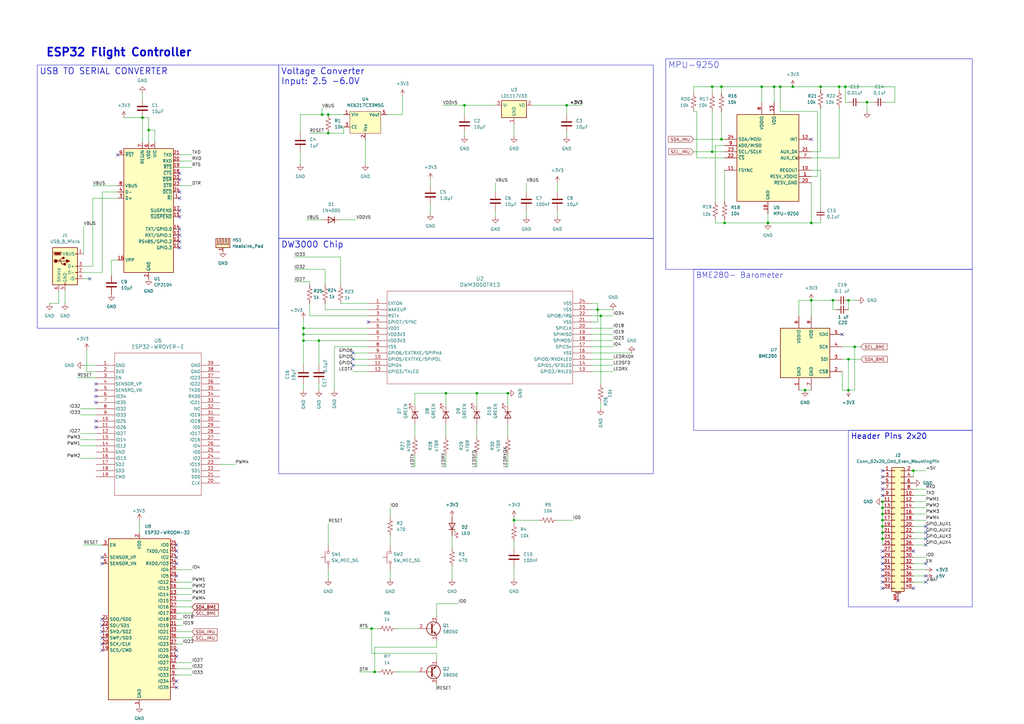
<source format=kicad_sch>
(kicad_sch (version 20250114) (generator "eeschema") (generator_version "9.0")
  (paper "A3")
  (title_block (title "ESP32 Drone Flight Controller") (date "2026-01-19") (rev "1.1") (company "WAAR") (comment 1 "Designer: ") (comment 2 "Reviewer:"))
  (text "ESP32 Flight Controller" (at 48.768 21.59 0) (effects (font (size 3.302 3.302) (thickness 0.6604) (bold yes))))
  (text_box "DW3000 Chip" (at 114.3 97.79 0) (size 153.67 96.52) (margins 0.9525 0.9525 0.9525 0.9525) (effects (font (size 2.54 2.54) (thickness 0.254) (bold yes)) (justify left top)))
  (text_box "Header Pins 2x20" (at 347.98 176.53 0) (size 50.8 72.39) (margins 0.9525 0.9525 0.9525 0.9525) (effects (font (size 2.286 2.286) (thickness 0.2858)) (justify left top)))
  (text_box "Voltage Converter\nInput: 2.5 -6.0V" (at 114.3 26.67 0) (size 153.67 71.12) (margins 0.9525 0.9525 0.9525 0.9525) (effects (font (size 2.54 2.54) (thickness 0.254) (bold yes)) (justify left top)))
  (text_box "BME280- Barometer" (at 284.48 110.49 0) (size 114.3 66.04) (margins 0.9525 0.9525 0.9525 0.9525) (effects (font (size 2.286 2.286)) (justify left top)))
  (text_box "USB TO SERIAL CONVERTER" (at 15.24 26.67 0) (size 99.06 107.95) (margins 0.9525 0.9525 0.9525 0.9525) (effects (font (size 2.54 2.54) (thickness 0.254) (bold yes)) (justify left top)))
  (text_box "MPU-9250" (at 273.05 24.13 0) (size 125.73 86.36) (margins 0.9525 0.9525 0.9525 0.9525) (effects (font (size 2.54 2.54)) (justify left top)))
  (junction (at 361.95 205.74))
  (junction (at 152.4 257.81))
  (junction (at 336.55 35.56))
  (junction (at 361.95 208.28))
  (junction (at 325.12 35.56))
  (junction (at 58.42 48.26))
  (junction (at 130.81 139.7))
  (junction (at 320.04 35.56))
  (junction (at 347.98 147.32))
  (junction (at 330.2 160.02))
  (junction (at 361.95 215.9))
  (junction (at 134.62 46.99))
  (junction (at 374.65 193.04))
  (junction (at 347.98 160.02))
  (junction (at 124.46 137.16))
  (junction (at 60.96 53.34))
  (junction (at 124.46 134.62))
  (junction (at 361.95 213.36))
  (junction (at 208.28 161.29))
  (junction (at 341.63 123.19))
  (junction (at 344.17 35.56))
  (junction (at 332.74 123.19))
  (junction (at 332.74 91.44))
  (junction (at 355.6 41.91))
  (junction (at 132.08 46.99))
  (junction (at 346.71 35.56))
  (junction (at 245.11 127))
  (junction (at 134.62 54.61))
  (junction (at 153.67 275.59))
  (junction (at 295.91 57.15))
  (junction (at 347.98 123.19))
  (junction (at 232.41 43.18))
  (junction (at 317.5 35.56))
  (junction (at 350.52 142.24))
  (junction (at 190.5 43.18))
  (junction (at 361.95 210.82))
  (junction (at 195.58 161.29))
  (junction (at 210.82 213.36))
  (junction (at 246.38 129.54))
  (junction (at 314.96 91.44))
  (junction (at 124.46 139.7))
  (junction (at 361.95 220.98))
  (junction (at 292.1 35.56))
  (junction (at 292.1 62.23))
  (junction (at 295.91 35.56))
  (junction (at 312.42 35.56))
  (junction (at 361.95 218.44))
  (junction (at 297.18 91.44))
  (junction (at 182.88 161.29))
  (no_connect (at 361.95 203.2))
  (no_connect (at 379.73 218.44))
  (no_connect (at 73.66 86.36))
  (no_connect (at 73.66 81.28))
  (no_connect (at 73.66 88.9))
  (no_connect (at 39.37 160.02))
  (no_connect (at 361.95 226.06))
  (no_connect (at 41.91 228.6))
  (no_connect (at 144.78 149.86))
  (no_connect (at 72.39 281.94))
  (no_connect (at 379.73 220.98))
  (no_connect (at 151.13 132.08))
  (no_connect (at 72.39 266.7))
  (no_connect (at 39.37 172.72))
  (no_connect (at 41.91 266.7))
  (no_connect (at 39.37 175.26))
  (no_connect (at 41.91 259.08))
  (no_connect (at 144.78 147.32))
  (no_connect (at 73.66 73.66))
  (no_connect (at 72.39 231.14))
  (no_connect (at 361.95 233.68))
  (no_connect (at 73.66 71.12))
  (no_connect (at 379.73 223.52))
  (no_connect (at 144.78 144.78))
  (no_connect (at 361.95 241.3))
  (no_connect (at 374.65 241.3))
  (no_connect (at 361.95 195.58))
  (no_connect (at 72.39 223.52))
  (no_connect (at 332.74 57.15))
  (no_connect (at 368.3 246.38))
  (no_connect (at 39.37 157.48))
  (no_connect (at 361.95 193.04))
  (no_connect (at 361.95 231.14))
  (no_connect (at 73.66 78.74))
  (no_connect (at 48.26 63.5))
  (no_connect (at 39.37 165.1))
  (no_connect (at 72.39 236.22))
  (no_connect (at 41.91 231.14))
  (no_connect (at 379.73 215.9))
  (no_connect (at 72.39 228.6))
  (no_connect (at 379.73 238.76))
  (no_connect (at 72.39 279.4))
  (no_connect (at 374.65 226.06))
  (no_connect (at 361.95 200.66))
  (no_connect (at 72.39 269.24))
  (no_connect (at 73.66 99.06))
  (no_connect (at 41.91 261.62))
  (no_connect (at 39.37 162.56))
  (no_connect (at 73.66 96.52))
  (no_connect (at 73.66 93.98))
  (no_connect (at 361.95 236.22))
  (no_connect (at 379.73 236.22))
  (no_connect (at 345.44 137.16))
  (no_connect (at 361.95 228.6))
  (no_connect (at 379.73 231.14))
  (no_connect (at 41.91 264.16))
  (no_connect (at 41.91 256.54))
  (no_connect (at 41.91 254))
  (no_connect (at 361.95 238.76))
  (no_connect (at 36.83 114.3))
  (no_connect (at 73.66 101.6))
  (no_connect (at 361.95 198.12))
  (no_connect (at 72.39 226.06))
  (wire (pts (xy 182.88 166.37) (xy 182.88 161.29)))
  (wire (pts (xy 355.6 41.91) (xy 358.14 41.91)))
  (wire (pts (xy 24.13 124.46) (xy 20.32 124.46)))
  (wire (pts (xy 345.44 160.02) (xy 347.98 160.02)))
  (wire (pts (xy 336.55 90.17) (xy 336.55 91.44)))
  (wire (pts (xy 379.73 213.36) (xy 374.65 213.36)))
  (wire (pts (xy 245.11 127) (xy 251.46 127)))
  (wire (pts (xy 361.95 215.9) (xy 361.95 218.44)))
  (wire (pts (xy 297.18 57.15) (xy 295.91 57.15)))
  (wire (pts (xy 242.57 127) (xy 245.11 127)))
  (wire (pts (xy 134.62 46.99) (xy 140.97 46.99)))
  (wire (pts (xy 60.96 53.34) (xy 60.96 48.26)))
  (wire (pts (xy 185.42 219.71) (xy 185.42 224.79)))
  (wire (pts (xy 60.96 48.26) (xy 58.42 48.26)))
  (wire (pts (xy 45.72 106.68) (xy 45.72 113.03)))
  (wire (pts (xy 336.55 44.45) (xy 336.55 62.23)))
  (wire (pts (xy 210.82 50.8) (xy 210.82 55.88)))
  (wire (pts (xy 139.7 90.17) (xy 146.05 90.17)))
  (wire (pts (xy 210.82 232.41) (xy 210.82 237.49)))
  (wire (pts (xy 151.13 144.78) (xy 144.78 144.78)))
  (wire (pts (xy 120.65 105.41) (xy 139.7 105.41)))
  (wire (pts (xy 34.29 92.71) (xy 34.29 104.14)))
  (wire (pts (xy 346.71 35.56) (xy 346.71 41.91)))
  (wire (pts (xy 347.98 160.02) (xy 350.52 160.02)))
  (wire (pts (xy 34.29 149.86) (xy 39.37 149.86)))
  (wire (pts (xy 170.18 179.07) (xy 170.18 173.99)))
  (wire (pts (xy 203.2 86.36) (xy 203.2 88.9)))
  (wire (pts (xy 242.57 152.4) (xy 251.46 152.4)))
  (wire (pts (xy 361.95 205.74) (xy 361.95 208.28)))
  (wire (pts (xy 151.13 142.24) (xy 137.16 142.24)))
  (wire (pts (xy 317.5 35.56) (xy 320.04 35.56)))
  (wire (pts (xy 312.42 35.56) (xy 317.5 35.56)))
  (wire (pts (xy 292.1 35.56) (xy 292.1 38.1)))
  (wire (pts (xy 127 54.61) (xy 134.62 54.61)))
  (wire (pts (xy 176.53 73.66) (xy 176.53 76.2)))
  (wire (pts (xy 34.29 109.22) (xy 38.1 109.22)))
  (wire (pts (xy 63.5 53.34) (xy 60.96 53.34)))
  (wire (pts (xy 151.13 147.32) (xy 144.78 147.32)))
  (wire (pts (xy 34.29 114.3) (xy 36.83 114.3)))
  (wire (pts (xy 73.66 66.04) (xy 78.74 66.04)))
  (wire (pts (xy 41.91 78.74) (xy 48.26 78.74)))
  (wire (pts (xy 170.18 161.29) (xy 182.88 161.29)))
  (wire (pts (xy 73.66 68.58) (xy 78.74 68.58)))
  (wire (pts (xy 120.65 110.49) (xy 133.35 110.49)))
  (wire (pts (xy 355.6 41.91) (xy 355.6 45.72)))
  (wire (pts (xy 242.57 137.16) (xy 251.46 137.16)))
  (wire (pts (xy 285.75 45.72) (xy 284.48 45.72)))
  (wire (pts (xy 242.57 129.54) (xy 246.38 129.54)))
  (wire (pts (xy 341.63 123.19) (xy 342.9 123.19)))
  (wire (pts (xy 50.8 48.26) (xy 58.42 48.26)))
  (wire (pts (xy 74.93 254) (xy 72.39 254)))
  (wire (pts (xy 34.29 223.52) (xy 41.91 223.52)))
  (wire (pts (xy 38.1 81.28) (xy 48.26 81.28)))
  (wire (pts (xy 181.61 43.18) (xy 190.5 43.18)))
  (wire (pts (xy 218.44 43.18) (xy 232.41 43.18)))
  (wire (pts (xy 347.98 147.32) (xy 353.06 147.32)))
  (wire (pts (xy 344.17 35.56) (xy 344.17 36.83)))
  (wire (pts (xy 336.55 35.56) (xy 344.17 35.56)))
  (wire (pts (xy 176.53 83.82) (xy 176.53 87.63)))
  (wire (pts (xy 242.57 124.46) (xy 245.11 124.46)))
  (wire (pts (xy 242.57 149.86) (xy 251.46 149.86)))
  (wire (pts (xy 127 116.84) (xy 127 115.57)))
  (wire (pts (xy 347.98 123.19) (xy 351.79 123.19)))
  (wire (pts (xy 346.71 35.56) (xy 367.03 35.56)))
  (wire (pts (xy 312.42 41.91) (xy 312.42 35.56)))
  (wire (pts (xy 151.13 152.4) (xy 144.78 152.4)))
  (wire (pts (xy 353.06 41.91) (xy 355.6 41.91)))
  (wire (pts (xy 344.17 64.77) (xy 344.17 44.45)))
  (wire (pts (xy 208.28 191.77) (xy 208.28 186.69)))
  (wire (pts (xy 246.38 165.1) (xy 246.38 167.64)))
  (wire (pts (xy 190.5 54.61) (xy 190.5 55.88)))
  (wire (pts (xy 26.67 124.46) (xy 26.67 119.38)))
  (wire (pts (xy 170.18 191.77) (xy 170.18 186.69)))
  (wire (pts (xy 361.95 213.36) (xy 361.95 215.9)))
  (wire (pts (xy 185.42 232.41) (xy 185.42 237.49)))
  (wire (pts (xy 153.67 275.59) (xy 154.94 275.59)))
  (wire (pts (xy 137.16 142.24) (xy 137.16 160.02)))
  (wire (pts (xy 78.74 271.78) (xy 72.39 271.78)))
  (wire (pts (xy 33.02 170.18) (xy 39.37 170.18)))
  (wire (pts (xy 179.07 252.73) (xy 179.07 247.65)))
  (wire (pts (xy 179.07 267.97) (xy 152.4 267.97)))
  (wire (pts (xy 134.62 214.63) (xy 134.62 223.52)))
  (wire (pts (xy 285.75 45.72) (xy 285.75 64.77)))
  (wire (pts (xy 284.48 35.56) (xy 292.1 35.56)))
  (wire (pts (xy 195.58 191.77) (xy 195.58 186.69)))
  (wire (pts (xy 210.82 213.36) (xy 210.82 214.63)))
  (wire (pts (xy 151.13 149.86) (xy 144.78 149.86)))
  (wire (pts (xy 123.19 46.99) (xy 132.08 46.99)))
  (wire (pts (xy 133.35 124.46) (xy 133.35 127)))
  (wire (pts (xy 344.17 35.56) (xy 346.71 35.56)))
  (wire (pts (xy 379.73 210.82) (xy 374.65 210.82)))
  (wire (pts (xy 57.15 213.36) (xy 57.15 218.44)))
  (wire (pts (xy 341.63 127) (xy 342.9 127)))
  (wire (pts (xy 325.12 35.56) (xy 336.55 35.56)))
  (wire (pts (xy 242.57 142.24) (xy 251.46 142.24)))
  (wire (pts (xy 124.46 134.62) (xy 124.46 137.16)))
  (wire (pts (xy 327.66 129.54) (xy 327.66 123.19)))
  (wire (pts (xy 379.73 236.22) (xy 374.65 236.22)))
  (wire (pts (xy 78.74 233.68) (xy 72.39 233.68)))
  (wire (pts (xy 160.02 208.28) (xy 160.02 212.09)))
  (wire (pts (xy 379.73 238.76) (xy 374.65 238.76)))
  (wire (pts (xy 361.95 220.98) (xy 361.95 223.52)))
  (wire (pts (xy 242.57 134.62) (xy 251.46 134.62)))
  (wire (pts (xy 210.82 213.36) (xy 220.98 213.36)))
  (wire (pts (xy 130.81 139.7) (xy 151.13 139.7)))
  (wire (pts (xy 45.72 106.68) (xy 48.26 106.68)))
  (wire (pts (xy 33.02 182.88) (xy 39.37 182.88)))
  (wire (pts (xy 379.73 218.44) (xy 374.65 218.44)))
  (wire (pts (xy 123.19 46.99) (xy 123.19 54.61)))
  (wire (pts (xy 379.73 220.98) (xy 374.65 220.98)))
  (wire (pts (xy 320.04 45.72) (xy 320.04 35.56)))
  (wire (pts (xy 124.46 139.7) (xy 130.81 139.7)))
  (wire (pts (xy 232.41 43.18) (xy 232.41 46.99)))
  (wire (pts (xy 133.35 110.49) (xy 133.35 116.84)))
  (wire (pts (xy 335.28 45.72) (xy 320.04 45.72)))
  (wire (pts (xy 335.28 72.39) (xy 335.28 45.72)))
  (wire (pts (xy 127 129.54) (xy 151.13 129.54)))
  (wire (pts (xy 228.6 213.36) (xy 234.95 213.36)))
  (wire (pts (xy 78.74 241.3) (xy 72.39 241.3)))
  (wire (pts (xy 132.08 46.99) (xy 134.62 46.99)))
  (wire (pts (xy 350.52 142.24) (xy 350.52 160.02)))
  (wire (pts (xy 242.57 144.78) (xy 259.08 144.78)))
  (wire (pts (xy 73.66 76.2) (xy 78.74 76.2)))
  (wire (pts (xy 246.38 129.54) (xy 246.38 157.48)))
  (wire (pts (xy 284.48 62.23) (xy 292.1 62.23)))
  (wire (pts (xy 152.4 257.81) (xy 154.94 257.81)))
  (wire (pts (xy 292.1 35.56) (xy 295.91 35.56)))
  (wire (pts (xy 195.58 179.07) (xy 195.58 173.99)))
  (wire (pts (xy 127 115.57) (xy 120.65 115.57)))
  (wire (pts (xy 179.07 280.67) (xy 179.07 283.21)))
  (wire (pts (xy 33.02 177.8) (xy 39.37 177.8)))
  (wire (pts (xy 295.91 45.72) (xy 295.91 57.15)))
  (wire (pts (xy 246.38 129.54) (xy 251.46 129.54)))
  (wire (pts (xy 132.08 44.45) (xy 132.08 46.99)))
  (wire (pts (xy 170.18 166.37) (xy 170.18 161.29)))
  (wire (pts (xy 210.82 212.09) (xy 210.82 213.36)))
  (wire (pts (xy 147.32 275.59) (xy 153.67 275.59)))
  (wire (pts (xy 160.02 219.71) (xy 160.02 223.52)))
  (wire (pts (xy 190.5 46.99) (xy 190.5 43.18)))
  (wire (pts (xy 179.07 270.51) (xy 179.07 267.97)))
  (wire (pts (xy 190.5 43.18) (xy 203.2 43.18)))
  (wire (pts (xy 124.46 137.16) (xy 151.13 137.16)))
  (wire (pts (xy 350.52 142.24) (xy 353.06 142.24)))
  (wire (pts (xy 208.28 179.07) (xy 208.28 173.99)))
  (wire (pts (xy 203.2 74.93) (xy 203.2 78.74)))
  (wire (pts (xy 361.95 208.28) (xy 361.95 210.82)))
  (wire (pts (xy 72.39 251.46) (xy 78.74 251.46)))
  (wire (pts (xy 330.2 160.02) (xy 332.74 160.02)))
  (wire (pts (xy 314.96 87.63) (xy 314.96 91.44)))
  (wire (pts (xy 78.74 238.76) (xy 72.39 238.76)))
  (wire (pts (xy 78.74 259.08) (xy 72.39 259.08)))
  (wire (pts (xy 332.74 62.23) (xy 336.55 62.23)))
  (wire (pts (xy 130.81 139.7) (xy 130.81 149.86)))
  (wire (pts (xy 162.56 275.59) (xy 171.45 275.59)))
  (wire (pts (xy 292.1 45.72) (xy 292.1 62.23)))
  (wire (pts (xy 345.44 152.4) (xy 345.44 160.02)))
  (wire (pts (xy 134.62 54.61) (xy 140.97 54.61)))
  (wire (pts (xy 293.37 59.69) (xy 293.37 82.55)))
  (wire (pts (xy 33.02 180.34) (xy 39.37 180.34)))
  (wire (pts (xy 139.7 105.41) (xy 139.7 116.84)))
  (wire (pts (xy 245.11 127) (xy 245.11 132.08)))
  (wire (pts (xy 374.65 195.58) (xy 374.65 193.04)))
  (wire (pts (xy 332.74 64.77) (xy 344.17 64.77)))
  (wire (pts (xy 293.37 90.17) (xy 293.37 91.44)))
  (wire (pts (xy 78.74 274.32) (xy 72.39 274.32)))
  (wire (pts (xy 149.86 57.15) (xy 149.86 67.31)))
  (wire (pts (xy 297.18 62.23) (xy 292.1 62.23)))
  (wire (pts (xy 285.75 64.77) (xy 297.18 64.77)))
  (wire (pts (xy 74.93 256.54) (xy 72.39 256.54)))
  (wire (pts (xy 361.95 218.44) (xy 361.95 220.98)))
  (wire (pts (xy 60.96 58.42) (xy 60.96 53.34)))
  (wire (pts (xy 336.55 69.85) (xy 336.55 85.09)))
  (wire (pts (xy 327.66 160.02) (xy 330.2 160.02)))
  (wire (pts (xy 379.73 231.14) (xy 374.65 231.14)))
  (wire (pts (xy 345.44 147.32) (xy 347.98 147.32)))
  (wire (pts (xy 153.67 265.43) (xy 153.67 275.59)))
  (wire (pts (xy 317.5 35.56) (xy 317.5 41.91)))
  (wire (pts (xy 72.39 248.92) (xy 78.74 248.92)))
  (wire (pts (xy 347.98 127) (xy 347.98 123.19)))
  (wire (pts (xy 379.73 228.6) (xy 374.65 228.6)))
  (wire (pts (xy 35.56 152.4) (xy 39.37 152.4)))
  (wire (pts (xy 242.57 147.32) (xy 251.46 147.32)))
  (wire (pts (xy 124.46 134.62) (xy 151.13 134.62)))
  (wire (pts (xy 134.62 233.68) (xy 134.62 237.49)))
  (wire (pts (xy 34.29 111.76) (xy 41.91 111.76)))
  (wire (pts (xy 347.98 147.32) (xy 347.98 160.02)))
  (wire (pts (xy 332.74 74.93) (xy 332.74 91.44)))
  (wire (pts (xy 125.73 90.17) (xy 132.08 90.17)))
  (wire (pts (xy 182.88 179.07) (xy 182.88 173.99)))
  (wire (pts (xy 242.57 132.08) (xy 245.11 132.08)))
  (wire (pts (xy 96.52 190.5) (xy 90.17 190.5)))
  (wire (pts (xy 379.73 208.28) (xy 374.65 208.28)))
  (wire (pts (xy 327.66 123.19) (xy 332.74 123.19)))
  (wire (pts (xy 74.93 264.16) (xy 72.39 264.16)))
  (wire (pts (xy 363.22 41.91) (xy 367.03 41.91)))
  (wire (pts (xy 215.9 74.93) (xy 215.9 78.74)))
  (wire (pts (xy 73.66 63.5) (xy 78.74 63.5)))
  (wire (pts (xy 297.18 69.85) (xy 297.18 82.55)))
  (wire (pts (xy 78.74 246.38) (xy 72.39 246.38)))
  (wire (pts (xy 314.96 91.44) (xy 332.74 91.44)))
  (wire (pts (xy 379.73 233.68) (xy 374.65 233.68)))
  (wire (pts (xy 58.42 38.1) (xy 58.42 40.64)))
  (wire (pts (xy 379.73 203.2) (xy 374.65 203.2)))
  (wire (pts (xy 72.39 261.62) (xy 78.74 261.62)))
  (wire (pts (xy 179.07 265.43) (xy 153.67 265.43)))
  (wire (pts (xy 41.91 111.76) (xy 41.91 78.74)))
  (wire (pts (xy 63.5 58.42) (xy 63.5 53.34)))
  (wire (pts (xy 33.02 187.96) (xy 39.37 187.96)))
  (wire (pts (xy 379.73 205.74) (xy 374.65 205.74)))
  (wire (pts (xy 341.63 123.19) (xy 341.63 127)))
  (wire (pts (xy 160.02 233.68) (xy 160.02 237.49)))
  (wire (pts (xy 78.74 243.84) (xy 72.39 243.84)))
  (wire (pts (xy 232.41 43.18) (xy 238.76 43.18)))
  (wire (pts (xy 297.18 91.44) (xy 314.96 91.44)))
  (wire (pts (xy 124.46 139.7) (xy 124.46 149.86)))
  (wire (pts (xy 210.82 222.25) (xy 210.82 224.79)))
  (wire (pts (xy 31.75 154.94) (xy 39.37 154.94)))
  (wire (pts (xy 127 124.46) (xy 127 129.54)))
  (wire (pts (xy 345.44 142.24) (xy 350.52 142.24)))
  (wire (pts (xy 284.48 57.15) (xy 295.91 57.15)))
  (wire (pts (xy 35.56 143.51) (xy 35.56 152.4)))
  (wire (pts (xy 182.88 191.77) (xy 182.88 186.69)))
  (wire (pts (xy 297.18 59.69) (xy 293.37 59.69)))
  (wire (pts (xy 38.1 109.22) (xy 38.1 81.28)))
  (wire (pts (xy 195.58 166.37) (xy 195.58 161.29)))
  (wire (pts (xy 295.91 35.56) (xy 295.91 38.1)))
  (wire (pts (xy 162.56 257.81) (xy 171.45 257.81)))
  (wire (pts (xy 293.37 91.44) (xy 297.18 91.44)))
  (wire (pts (xy 133.35 127) (xy 151.13 127)))
  (wire (pts (xy 336.55 35.56) (xy 336.55 36.83)))
  (wire (pts (xy 147.32 257.81) (xy 152.4 257.81)))
  (wire (pts (xy 379.73 215.9) (xy 374.65 215.9)))
  (wire (pts (xy 78.74 276.86) (xy 72.39 276.86)))
  (wire (pts (xy 130.81 160.02) (xy 130.81 157.48)))
  (wire (pts (xy 195.58 161.29) (xy 208.28 161.29)))
  (wire (pts (xy 284.48 35.56) (xy 284.48 38.1)))
  (wire (pts (xy 124.46 130.81) (xy 124.46 134.62)))
  (wire (pts (xy 295.91 35.56) (xy 312.42 35.56)))
  (wire (pts (xy 165.1 39.37) (xy 165.1 46.99)))
  (wire (pts (xy 379.73 223.52) (xy 374.65 223.52)))
  (wire (pts (xy 124.46 157.48) (xy 124.46 160.02)))
  (wire (pts (xy 228.6 74.93) (xy 228.6 78.74)))
  (wire (pts (xy 123.19 67.31) (xy 123.19 62.23)))
  (wire (pts (xy 58.42 48.26) (xy 58.42 58.42)))
  (wire (pts (xy 367.03 41.91) (xy 367.03 35.56)))
  (wire (pts (xy 374.65 193.04) (xy 379.73 193.04)))
  (wire (pts (xy 179.07 247.65) (xy 187.96 247.65)))
  (wire (pts (xy 158.75 46.99) (xy 165.1 46.99)))
  (wire (pts (xy 332.74 123.19) (xy 332.74 129.54)))
  (wire (pts (xy 242.57 139.7) (xy 251.46 139.7)))
  (wire (pts (xy 297.18 90.17) (xy 297.18 91.44)))
  (wire (pts (xy 124.46 137.16) (xy 124.46 139.7)))
  (wire (pts (xy 33.02 167.64) (xy 39.37 167.64)))
  (wire (pts (xy 24.13 119.38) (xy 24.13 124.46)))
  (wire (pts (xy 332.74 123.19) (xy 341.63 123.19)))
  (wire (pts (xy 379.73 200.66) (xy 374.65 200.66)))
  (wire (pts (xy 215.9 86.36) (xy 215.9 88.9)))
  (wire (pts (xy 332.74 69.85) (xy 336.55 69.85)))
  (wire (pts (xy 152.4 267.97) (xy 152.4 257.81)))
  (wire (pts (xy 361.95 210.82) (xy 361.95 213.36)))
  (wire (pts (xy 320.04 35.56) (xy 325.12 35.56)))
  (wire (pts (xy 179.07 265.43) (xy 179.07 262.89)))
  (wire (pts (xy 332.74 72.39) (xy 335.28 72.39)))
  (wire (pts (xy 140.97 52.07) (xy 140.97 54.61)))
  (wire (pts (xy 332.74 91.44) (xy 336.55 91.44)))
  (wire (pts (xy 232.41 54.61) (xy 232.41 55.88)))
  (wire (pts (xy 245.11 124.46) (xy 245.11 127)))
  (wire (pts (xy 228.6 86.36) (xy 228.6 88.9)))
  (wire (pts (xy 208.28 166.37) (xy 208.28 161.29)))
  (wire (pts (xy 38.1 76.2) (xy 48.26 76.2)))
  (wire (pts (xy 182.88 161.29) (xy 195.58 161.29)))
  (wire (pts (xy 139.7 124.46) (xy 151.13 124.46)))
  (wire (pts (xy 346.71 41.91) (xy 347.98 41.91)))
  (label "+3V3" (at 233.68 43.18 0) (effects (font (thickness 0.254) (bold yes))))
  (label "PWM2" (at 78.74 241.3 0))
  (label "VDDV5" (at 146.05 90.17 0))
  (label "PWM4" (at 78.74 246.38 0))
  (label "LEDRXOK" (at 251.46 147.32 0))
  (label "IO23" (at 74.93 264.16 0))
  (label "IO32" (at 120.65 110.49 0))
  (label "VDDV5" (at 181.61 43.18 0))
  (label "EN" (at 379.73 231.14 0))
  (label "RESET" (at 134.62 214.63 0))
  (label "GPIO_AUX3" (at 379.73 220.98 0))
  (label "PWM4" (at 96.52 190.5 0))
  (label "PWM1" (at 379.73 205.74 0))
  (label "GPIO4" (at 144.78 149.86 180))
  (label "LEDRX" (at 251.46 152.4 0))
  (label "VBUS" (at 38.1 76.2 0))
  (label "LEDSFD" (at 251.46 149.86 0))
  (label "RTS" (at 147.32 257.81 0))
  (label "IO34" (at 251.46 129.54 0))
  (label "IO18" (at 251.46 134.62 0))
  (label "RXD" (at 379.73 200.66 0))
  (label "IO32" (at 33.02 167.64 180))
  (label "IO32" (at 78.74 274.32 0))
  (label "IO27" (at 78.74 271.78 0))
  (label "LEDRX" (at 182.88 191.77 90))
  (label "IO27" (at 33.02 177.8 180))
  (label "GPIO6" (at 144.78 144.78 180))
  (label "LEDTX" (at 144.78 152.4 180))
  (label "VBUS" (at 34.29 92.71 0))
  (label "PWM1" (at 78.74 238.76 0))
  (label "DTR" (at 147.32 275.59 0))
  (label "+BAT" (at 379.73 238.76 0))
  (label "IO0" (at 379.73 228.6 0))
  (label "VBUS" (at 215.9 74.93 0))
  (label "PWM3" (at 379.73 210.82 0))
  (label "VBUS" (at 125.73 90.17 0))
  (label "IO33" (at 33.02 170.18 180))
  (label "IO33" (at 120.65 105.41 0))
  (label "GPIO_AUX1" (at 379.73 215.9 0))
  (label "LEDSFD" (at 195.58 191.77 90))
  (label "IO19" (at 74.93 256.54 0))
  (label "IO0" (at 234.95 213.36 0))
  (label "IO0" (at 160.02 208.28 0))
  (label "PWM2" (at 33.02 187.96 180))
  (label "IO4" (at 78.74 233.68 0))
  (label "TXD" (at 78.74 63.5 0))
  (label "VBUS" (at 203.2 74.93 0))
  (label "IO18" (at 74.93 254 0))
  (label "IO4" (at 251.46 142.24 0))
  (label "+5V" (at 379.73 193.04 0))
  (label "PWM2" (at 379.73 208.28 0))
  (label "DTR" (at 78.74 76.2 0))
  (label "LEDTX" (at 170.18 191.77 90))
  (label "IO27" (at 120.65 115.57 0))
  (label "RXD" (at 78.74 66.04 0))
  (label "PWM3" (at 78.74 243.84 0))
  (label "IO19" (at 251.46 137.16 0))
  (label "LEDRXOK" (at 208.28 191.77 90))
  (label "IO33" (at 78.74 276.86 0))
  (label "IO0" (at 187.96 247.65 0))
  (label "VBUS" (at 132.08 44.45 0))
  (label "GPIO_AUX4" (at 379.73 223.52 0))
  (label "GPIO_AUX2" (at 379.73 218.44 0))
  (label "PWM1" (at 33.02 182.88 180))
  (label "PWM4" (at 379.73 213.36 0))
  (label "RESET" (at 31.75 154.94 0))
  (label "TXD" (at 379.73 203.2 0))
  (label "RESET" (at 179.07 283.21 0))
  (label "RTS" (at 78.74 68.58 0))
  (label "GPIO5" (at 144.78 147.32 180))
  (label "IO23" (at 251.46 139.7 0))
  (label "PWM3" (at 33.02 180.34 180))
  (label "RESET" (at 127 54.61 0))
  (label "RESET" (at 34.29 223.52 0))
  (global_label "SCL_IMU" (shape input) (at 284.48 62.23 180) (property "Intersheetrefs" "${INTERSHEET_REFS}" (effects (hide yes))))
  (global_label "SDA_IMU" (shape input) (at 78.74 259.08 0) (property "Intersheetrefs" "${INTERSHEET_REFS}" (effects (hide yes))))
  (global_label "SDA_IMU" (shape input) (at 284.48 57.15 180) (property "Intersheetrefs" "${INTERSHEET_REFS}" (effects (hide yes))))
  (global_label "SDA_BME" (shape input) (at 78.74 248.92 0) (property "Intersheetrefs" "${INTERSHEET_REFS}" (effects (hide yes))))
  (global_label "SCL_BME" (shape input) (at 78.74 251.46 0) (property "Intersheetrefs" "${INTERSHEET_REFS}" (effects (hide yes))))
  (global_label "SDA_BME" (shape input) (at 353.06 147.32 0) (property "Intersheetrefs" "${INTERSHEET_REFS}" (effects (hide yes))))
  (global_label "SCL_BME" (shape input) (at 353.06 142.24 0) (property "Intersheetrefs" "${INTERSHEET_REFS}" (effects (hide yes))))
  (global_label "SDA_BME" (shape input) (at 78.74 248.92 0) (property "Intersheetrefs" "${INTERSHEET_REFS}" (effects (hide yes))))
  (global_label "SCL_IMU" (shape input) (at 78.74 261.62 0) (property "Intersheetrefs" "${INTERSHEET_REFS}" (effects (hide yes))))
  (symbol (lib_id "power:GND") (at 246.38 167.64 0) (unit 1)
    (property "Reference" "#PWR045" (effects (hide yes)))
    (property "Value" "GND" (at 246.3801 171.45 90) (effects (justify right)))
    (property "Description" "Power symbol creates a global label with name \"GND\" , ground" (effects (hide yes)))
  )
  (symbol (lib_id "power:GND") (at 330.2 160.02 0) (unit 1)
    (property "Reference" "#PWR038" (effects (hide yes)))
    (property "Value" "GND" (at 330.2 165.1 0))
    (property "Description" "Power symbol creates a global label with name \"GND\" , ground" (effects (hide yes)))
  )
  (symbol (lib_id "power:GND") (at 123.19 67.31 0) (unit 1)
    (property "Reference" "#PWR012" (effects (hide yes)))
    (property "Value" "GND" (at 123.19 72.39 0))
    (property "Description" "Power symbol creates a global label with name \"GND\" , ground" (effects (hide yes)))
  )
  (symbol (lib_id "Mechanical:Heatsink_Pad") (at 91.44 100.33 0) (unit 1)
    (property "Reference" "HS1" (at 95.25 98.4249 0) (effects (justify left)))
    (property "Value" "Heatsink_Pad" (at 95.25 100.9649 0) (effects (justify left)))
    (property "Footprint" "Sensors:QFN24_4MM_SMSC" (effects (hide yes)))
    (property "Description" "Heatsink with electrical connection, 1 pin" (effects (hide yes)))
  )
  (symbol (lib_id "power:+3V3") (at 325.12 35.56 0) (unit 1)
    (property "Reference" "#PWR040" (effects (hide yes)))
    (property "Value" "+3V3" (at 325.12 30.48 0))
    (property "Description" "Power symbol creates a global label with name \"+3V3\"" (effects (hide yes)))
  )
  (symbol (lib_id "power:+3V3") (at 50.8 48.26 0) (unit 1)
    (property "Reference" "#PWR06" (effects (hide yes)))
    (property "Value" "+3V3" (at 50.8 43.18 0))
    (property "Description" "Power symbol creates a global label with name \"+3V3\"" (effects (hide yes)))
  )
  (symbol (lib_id "power:+3V3") (at 347.98 160.02 180) (unit 1)
    (property "Reference" "#PWR039" (effects (hide yes)))
    (property "Value" "+3V3" (at 347.98 165.1 0))
    (property "Description" "Power symbol creates a global label with name \"+3V3\"" (effects (hide yes)))
  )
  (symbol (lib_id "Device:C") (at 215.9 82.55 0) (unit 1)
    (property "Reference" "C7" (at 219.71 81.2799 0) (effects (justify left)))
    (property "Value" "100nF" (at 219.71 83.8199 0) (effects (justify left)))
    (property "Footprint" "Sensors:C0603" (effects (hide yes)))
    (property "Description" "Unpolarized capacitor" (effects (hide yes)))
  )
  (symbol (lib_id "power:GND") (at 314.96 91.44 0) (unit 1)
    (property "Reference" "#PWR0102" (effects (hide yes)))
    (property "Value" "GND" (at 314.96 96.52 0))
    (property "Description" "Power symbol creates a global label with name \"GND\" , ground" (effects (hide yes)))
  )
  (symbol (lib_id "power:GND") (at 58.42 38.1 180) (unit 1)
    (property "Reference" "#PWR04" (effects (hide yes)))
    (property "Value" "GND" (at 58.42 33.02 0))
    (property "Description" "Power symbol creates a global label with name \"GND\" , ground" (effects (hide yes)))
  )
  (symbol (lib_id "Device:R_US") (at 295.91 41.91 0) (unit 1)
    (property "Reference" "R16" (at 298.45 39.3699 0) (effects (justify left)))
    (property "Value" "10k" (at 298.45 41.9099 0) (effects (justify left)))
    (property "Footprint" "Sensors:0603" (effects (hide yes)))
    (property "Description" "Resistor, US symbol" (effects (hide yes)))
  )
  (symbol (lib_id "Interface_USB:CP2104") (at 60.96 86.36 0) (unit 1)
    (property "Reference" "U1" (at 63.1033 114.3 0) (effects (justify left)))
    (property "Value" "CP2104" (at 63.1033 116.84 0) (effects (justify left)))
    (property "Footprint" "Package_DFN_QFN:QFN-24-1EP_4x4mm_P0.5mm_EP2.6x2.6mm" (effects (hide yes)))
    (property "Datasheet" "https://www.silabs.com/documents/public/data-sheets/cp2104.pdf" (effects (hide yes)))
    (property "Description" "Single-Chip USB-to-UART Bridge, USB 2.0 Full-Speed, 2Mbps UART, QFN-24" (effects (hide yes)))
  )
  (symbol (lib_id "Device:R_US") (at 185.42 228.6 0) (unit 1)
    (property "Reference" "R3" (at 187.96 227.3299 0) (effects (justify left)))
    (property "Value" "470" (at 187.96 229.8699 0) (effects (justify left)))
    (property "Footprint" "Sensors:0603" (effects (hide yes)))
    (property "Description" "Resistor, US symbol" (effects (hide yes)))
  )
  (symbol (lib_id "Sensor_Motion:MPU-9250") (at 314.96 64.77 0) (unit 1)
    (property "Reference" "U5" (at 317.1033 85.09 0) (effects (justify left)))
    (property "Value" "MPU-9250" (at 317.1033 87.63 0) (effects (justify left)))
    (property "Footprint" "Sensor_Motion:InvenSense_QFN-24_3x3mm_P0.4mm" (effects (hide yes)))
    (property "Datasheet" "https://invensense.tdk.com/wp-content/uploads/2015/02/PS-MPU-9250A-01-v1.1.pdf" (effects (hide yes)))
    (property "Description" "InvenSense 9-Axis Motion Sensor, Accelerometer, Gyroscope, Compass, I2C/SPI" (effects (hide yes)))
  )
  (symbol (lib_id "power:GND") (at 215.9 88.9 0) (unit 1)
    (property "Reference" "#PWR019" (effects (hide yes)))
    (property "Value" "GND" (at 215.9 93.98 0))
    (property "Description" "Power symbol creates a global label with name \"GND\" , ground" (effects (hide yes)))
  )
  (symbol (lib_id "Device:R_US") (at 284.48 41.91 180) (unit 1)
    (property "Reference" "R20" (at 279.146 40.64 0) (effects (justify right)))
    (property "Value" "10k" (at 278.892 43.18 0) (effects (justify right)))
    (property "Footprint" "Sensors:0603" (effects (hide yes)))
    (property "Description" "Resistor, US symbol" (effects (hide yes)))
  )
  (symbol (lib_id "power:GND") (at 185.42 237.49 0) (unit 1)
    (property "Reference" "#PWR023" (effects (hide yes)))
    (property "Value" "GND" (at 185.42 242.57 0))
    (property "Description" "Power symbol creates a global label with name \"GND\" , ground" (effects (hide yes)))
  )
  (symbol (lib_id "Device:C") (at 190.5 50.8 0) (unit 1)
    (property "Reference" "C2" (at 194.31 49.5299 0) (effects (justify left)))
    (property "Value" "10µF" (at 194.31 52.0699 0) (effects (justify left)))
    (property "Footprint" "Sensors:C0603" (effects (hide yes)))
    (property "Description" "Unpolarized capacitor" (effects (hide yes)))
  )
  (symbol (lib_id "Connector_Generic_MountingPin:Conn_02x20_Odd_Even_MountingPin") (at 367.03 215.9 0) (unit 1)
    (property "Reference" "J2" (at 368.3 186.69 0))
    (property "Value" "Conn_02x20_Odd_Even_MountingPin" (at 368.3 189.23 0))
    (property "Footprint" "Sensors:204632E" (effects (hide yes)))
    (property "Description" "Generic connectable mounting pin connector, double row, 02x20, odd/even pin numbering scheme (row 1 odd numbers, row 2 even numbers), script generated (kicad-library-utils/schlib/autogen/connector/)" (effects (hide yes)))
  )
  (symbol (lib_id "power:GND") (at 210.82 237.49 0) (unit 1)
    (property "Reference" "#PWR024" (effects (hide yes)))
    (property "Value" "GND" (at 210.82 242.57 0))
    (property "Description" "Power symbol creates a global label with name \"GND\" , ground" (effects (hide yes)))
  )
  (symbol (lib_id "power:+5V") (at 379.73 236.22 270) (unit 1)
    (property "Reference" "#PWR028" (effects (hide yes)))
    (property "Value" "+5V" (at 383.54 236.2199 90) (effects (justify left)))
    (property "Description" "Power symbol creates a global label with name \"+5V\"" (effects (hide yes)))
  )
  (symbol (lib_id "Device:R_US") (at 293.37 86.36 0) (unit 1)
    (property "Reference" "R19" (at 288.036 84.836 0) (effects (justify left)))
    (property "Value" "10k" (at 288.036 87.884 0) (effects (justify left)))
    (property "Footprint" "Sensors:0603" (effects (hide yes)))
    (property "Description" "Resistor, US symbol" (effects (hide yes)))
  )
  (symbol (lib_id "power:GND") (at 137.16 160.02 0) (unit 1)
    (property "Reference" "#PWR042" (effects (hide yes)))
    (property "Value" "GND" (at 137.16 165.608 90))
    (property "Description" "Power symbol creates a global label with name \"GND\" , ground" (effects (hide yes)))
  )
  (symbol (lib_id "power:+3V3") (at 124.46 130.81 0) (mirror y) (unit 1)
    (property "Reference" "#PWR029" (effects (hide yes)))
    (property "Value" "+3V3" (at 124.206 127.254 0) (effects (justify left)))
    (property "Description" "Power symbol creates a global label with name \"+3V3\"" (effects (hide yes)))
  )
  (symbol (lib_id "Device:C") (at 176.53 80.01 0) (unit 1)
    (property "Reference" "C5" (at 180.34 78.7399 0) (effects (justify left)))
    (property "Value" "1.0µF" (at 180.34 81.2799 0) (effects (justify left)))
    (property "Footprint" "Sensors:C0603" (effects (hide yes)))
    (property "Description" "Unpolarized capacitor" (effects (hide yes)))
  )
  (symbol (lib_id "power:+3V3") (at 210.82 212.09 0) (unit 1)
    (property "Reference" "#PWR026" (effects (hide yes)))
    (property "Value" "+3V3" (at 210.82 207.01 0))
    (property "Description" "Power symbol creates a global label with name \"+3V3\"" (effects (hide yes)))
  )
  (symbol (lib_id "power:+3V3") (at 185.42 212.09 0) (unit 1)
    (property "Reference" "#PWR025" (effects (hide yes)))
    (property "Value" "+3V3" (at 185.42 207.01 0))
    (property "Description" "Power symbol creates a global label with name \"+3V3\"" (effects (hide yes)))
  )
  (symbol (lib_id "Device:R_US") (at 224.79 213.36 90) (unit 1)
    (property "Reference" "R5" (at 224.79 207.01 90))
    (property "Value" "10k" (at 224.79 209.55 90))
    (property "Footprint" "Sensors:0603" (effects (hide yes)))
    (property "Description" "Resistor, US symbol" (effects (hide yes)))
  )
  (symbol (lib_id "Device:C") (at 130.81 153.67 0) (mirror x) (unit 1)
    (property "Reference" "C17" (at 133.096 156.972 90))
    (property "Value" "0.1µF" (at 133.35 150.114 90))
    (property "Footprint" "Sensors:C0603" (effects (hide yes)))
    (property "Description" "Unpolarized capacitor" (effects (hide yes)))
  )
  (symbol (lib_id "Device:R_US") (at 344.17 40.64 180) (unit 1)
    (property "Reference" "R22" (at 338.836 39.37 0) (effects (justify right)))
    (property "Value" "10k" (at 338.582 41.91 0) (effects (justify right)))
    (property "Footprint" "Sensors:0603" (effects (hide yes)))
    (property "Description" "Resistor, US symbol" (effects (hide yes)))
  )
  (symbol (lib_id "power:GND") (at 259.08 144.78 180) (unit 1)
    (property "Reference" "#PWR043" (effects (hide yes)))
    (property "Value" "GND" (at 259.08 139.7 0))
    (property "Description" "Power symbol creates a global label with name \"GND\" , ground" (effects (hide yes)))
  )
  (symbol (lib_id "Device:C_Small") (at 336.55 87.63 0) (unit 1)
    (property "Reference" "C15" (at 339.09 86.3662 0) (effects (justify left)))
    (property "Value" "0.1uF" (at 339.09 88.9062 0) (effects (justify left)))
    (property "Footprint" "Sensors:C0603" (effects (hide yes)))
    (property "Description" "Unpolarized capacitor, small symbol" (effects (hide yes)))
  )
  (symbol (lib_id "Device:R_US") (at 182.88 182.88 180) (unit 1)
    (property "Reference" "R28" (at 176.53 182.88 90))
    (property "Value" "470R" (at 179.07 182.88 90))
    (property "Footprint" "Sensors:0603" (effects (hide yes)))
    (property "Description" "Resistor, US symbol" (effects (hide yes)))
  )
  (symbol (lib_id "Device:R_US") (at 292.1 41.91 180) (unit 1)
    (property "Reference" "R17" (at 286.766 40.64 0) (effects (justify right)))
    (property "Value" "10k" (at 286.512 43.18 0) (effects (justify right)))
    (property "Footprint" "Sensors:0603" (effects (hide yes)))
    (property "Description" "Resistor, US symbol" (effects (hide yes)))
  )
  (symbol (lib_id "power:GND") (at 60.96 114.3 0) (unit 1)
    (property "Reference" "#PWR05" (effects (hide yes)))
    (property "Value" "GND" (at 60.96 119.38 0))
    (property "Description" "Power symbol creates a global label with name \"GND\" , ground" (effects (hide yes)))
  )
  (symbol (lib_id "Device:R_US") (at 158.75 257.81 90) (unit 1)
    (property "Reference" "R6" (at 158.75 251.46 90))
    (property "Value" "1k" (at 158.75 254 90))
    (property "Footprint" "Sensors:0603" (effects (hide yes)))
    (property "Description" "Resistor, US symbol" (effects (hide yes)))
  )
  (symbol (lib_id "Device:R_US") (at 195.58 182.88 180) (unit 1)
    (property "Reference" "R29" (at 189.23 182.88 90))
    (property "Value" "470R" (at 191.77 182.88 90))
    (property "Footprint" "Sensors:0603" (effects (hide yes)))
    (property "Description" "Resistor, US symbol" (effects (hide yes)))
  )
  (symbol (lib_id "Device:R_US") (at 127 120.65 0) (unit 1)
    (property "Reference" "R25" (at 128.524 119.38 0) (effects (justify left)))
    (property "Value" "1k" (at 128.524 121.92 0) (effects (justify left)))
    (property "Footprint" "Sensors:0603" (effects (hide yes)))
    (property "Description" "Resistor, US symbol" (effects (hide yes)))
  )
  (symbol (lib_id "Device:LED") (at 170.18 170.18 270) (unit 1)
    (property "Reference" "D7" (at 163.83 168.5925 0))
    (property "Value" "GREEN" (at 166.37 168.5925 0))
    (property "Footprint" "Sensors:CHIPLED_0805_NOOUTLINE" (effects (hide yes)))
    (property "Description" "Light emitting diode" (effects (hide yes)))
    (property "Sim.Pins" "1=K 2=A" (effects (hide yes)))
  )
  (symbol (lib_id "power:+3V3") (at 332.74 123.19 0) (unit 1)
    (property "Reference" "#PWR048" (effects (hide yes)))
    (property "Value" "+3V3" (at 332.74 118.11 0))
    (property "Description" "Power symbol creates a global label with name \"+3V3\"" (effects (hide yes)))
  )
  (symbol (lib_id "power:GND") (at 45.72 120.65 0) (unit 1)
    (property "Reference" "#PWR031" (effects (hide yes)))
    (property "Value" "GND" (at 45.72 125.73 0))
    (property "Description" "Power symbol creates a global label with name \"GND\" , ground" (effects (hide yes)))
  )
  (symbol (lib_id "power:GND") (at 26.67 124.46 0) (unit 1)
    (property "Reference" "#PWR02" (effects (hide yes)))
    (property "Value" "GND" (at 26.67 129.54 0))
    (property "Description" "Power symbol creates a global label with name \"GND\" , ground" (effects (hide yes)))
  )
  (symbol (lib_id "Transistor_BJT:S8050") (at 176.53 275.59 0) (mirror x) (unit 1)
    (property "Reference" "Q2" (at 181.61 274.3199 0) (effects (justify left)))
    (property "Value" "S8050" (at 181.61 276.8599 0) (effects (justify left)))
    (property "Footprint" "Package_TO_SOT_THT:TO-92_Inline" (effects (hide yes)))
    (property "Datasheet" "http://www.unisonic.com.tw/datasheet/S8050.pdf" (effects (hide yes)))
    (property "Description" "0.7A Ic, 20V Vce, Low Voltage High Current NPN Transistor, TO-92" (effects (hide yes)))
  )
  (symbol (lib_id "RF_Module:ESP32-WROOM-32") (at 57.15 254 0) (unit 1)
    (property "Reference" "U8" (at 59.2933 215.9 0) (effects (justify left)))
    (property "Value" "ESP32-WROOM-32" (at 59.2933 218.44 0) (effects (justify left)))
    (property "Footprint" "RF_Module:ESP32-WROOM-32" (effects (hide yes)))
    (property "Datasheet" "https://www.espressif.com/sites/default/files/documentation/esp32-wroom-32_datasheet_en.pdf" (effects (hide yes)))
    (property "Description" "RF Module, ESP32-D0WDQ6 SoC, Wi-Fi 802.11b/g/n, Bluetooth, BLE, 32-bit, 2.7-3.6V, onboard antenna, SMD" (effects (hide yes)))
  )
  (symbol (lib_id "power:GND") (at 160.02 237.49 0) (unit 1)
    (property "Reference" "#PWR022" (effects (hide yes)))
    (property "Value" "GND" (at 160.02 242.57 0))
    (property "Description" "Power symbol creates a global label with name \"GND\" , ground" (effects (hide yes)))
  )
  (symbol (lib_id "power:+3V3") (at 35.56 143.51 0) (unit 1)
    (property "Reference" "#PWR033" (effects (hide yes)))
    (property "Value" "+3V3" (at 33.782 138.938 0))
    (property "Description" "Power symbol creates a global label with name \"+3V3\"" (effects (hide yes)))
  )
  (symbol (lib_id "Device:C_Small") (at 345.44 127 90) (unit 1)
    (property "Reference" "C20" (at 345.694 132.334 90))
    (property "Value" "1 uF" (at 345.948 130.048 90))
    (property "Footprint" "Sensors:C0603" (effects (hide yes)))
    (property "Description" "Unpolarized capacitor, small symbol" (effects (hide yes)))
  )
  (symbol (lib_id "power:+3V3") (at 228.6 74.93 0) (unit 1)
    (property "Reference" "#PWR020" (effects (hide yes)))
    (property "Value" "+3V3" (at 228.6 69.85 0))
    (property "Description" "Power symbol creates a global label with name \"+3V3\"" (effects (hide yes)))
  )
  (symbol (lib_id "power:+3V3") (at 379.73 233.68 270) (unit 1)
    (property "Reference" "#PWR027" (effects (hide yes)))
    (property "Value" "+3V3" (at 383.54 233.6799 90) (effects (justify left)))
    (property "Description" "Power symbol creates a global label with name \"+3V3\"" (effects (hide yes)))
  )
  (symbol (lib_id "power:GND") (at 130.81 160.02 0) (mirror y) (unit 1)
    (property "Reference" "#PWR030" (effects (hide yes)))
    (property "Value" "GND" (at 130.8099 163.83 90) (effects (justify right)))
    (property "Description" "Power symbol creates a global label with name \"GND\" , ground" (effects (hide yes)))
  )
  (symbol (lib_id "Device:LED") (at 208.28 170.18 270) (unit 1)
    (property "Reference" "D10" (at 200.66 168.5925 0))
    (property "Value" "GREEN" (at 203.2 168.5925 0))
    (property "Footprint" "Sensors:CHIPLED_0805_NOOUTLINE" (effects (hide yes)))
    (property "Description" "Light emitting diode" (effects (hide yes)))
    (property "Sim.Pins" "1=K 2=A" (effects (hide yes)))
  )
  (symbol (lib_id "power:GND") (at 91.44 102.87 0) (unit 1)
    (property "Reference" "#PWR01" (effects (hide yes)))
    (property "Value" "GND" (at 91.44 107.95 0))
    (property "Description" "Power symbol creates a global label with name \"GND\" , ground" (effects (hide yes)))
  )
  (symbol (lib_id "02_Microcontrollers:ESP32-WROOM-32DM113DH6400PH3Q0") (at 39.37 149.86 0) (unit 1)
    (property "Reference" "U6" (at 64.77 139.7 0) (effects (font (size 1.524 1.524))))
    (property "Value" "ESP32-WROVER-E" (at 64.77 142.24 0) (effects (font (size 1.524 1.524))))
    (property "Footprint" "ESP32-WROOM-32DM113DH6400PH3Q0_EXP" (effects (hide yes)))
    (property "Datasheet" "ESP32-WROOM-32DM113DH6400PH3Q0" (effects (hide yes)))
  )
  (symbol (lib_id "power:GND") (at 149.86 67.31 0) (unit 1)
    (property "Reference" "#PWR013" (effects (hide yes)))
    (property "Value" "GND" (at 149.86 72.39 0))
    (property "Description" "Power symbol creates a global label with name \"GND\" , ground" (effects (hide yes)))
  )
  (symbol (lib_id "Device:C") (at 203.2 82.55 0) (unit 1)
    (property "Reference" "C6" (at 207.01 81.2799 0) (effects (justify left)))
    (property "Value" "10µF" (at 207.01 83.8199 0) (effects (justify left)))
    (property "Footprint" "Sensors:C0603" (effects (hide yes)))
    (property "Description" "Unpolarized capacitor" (effects (hide yes)))
  )
  (symbol (lib_id "Device:C") (at 123.19 58.42 0) (unit 1)
    (property "Reference" "C4" (at 127 57.1499 0) (effects (justify left)))
    (property "Value" "1µF" (at 127 59.6899 0) (effects (justify left)))
    (property "Footprint" "Sensors:C0603" (effects (hide yes)))
    (property "Description" "Unpolarized capacitor" (effects (hide yes)))
  )
  (symbol (lib_id "power:GND") (at 203.2 88.9 0) (unit 1)
    (property "Reference" "#PWR017" (effects (hide yes)))
    (property "Value" "GND" (at 203.2 93.98 0))
    (property "Description" "Power symbol creates a global label with name \"GND\" , ground" (effects (hide yes)))
  )
  (symbol (lib_id "power:GND") (at 57.15 289.56 0) (unit 1)
    (property "Reference" "#PWR046" (effects (hide yes)))
    (property "Value" "GND" (at 57.15 294.64 0))
    (property "Description" "Power symbol creates a global label with name \"GND\" , ground" (effects (hide yes)))
  )
  (symbol (lib_id "power:GND") (at 251.46 127 180) (unit 1)
    (property "Reference" "#PWR044" (effects (hide yes)))
    (property "Value" "GND" (at 251.46 121.92 0))
    (property "Description" "Power symbol creates a global label with name \"GND\" , ground" (effects (hide yes)))
  )
  (symbol (lib_id "01_ModulesRF:DWM3000TR13") (at 151.13 124.46 0) (unit 1)
    (property "Reference" "U2" (at 196.85 114.3 0) (effects (font (size 1.524 1.524))))
    (property "Value" "DWM3000TR13" (at 196.85 116.84 0) (effects (font (size 1.524 1.524))))
    (property "Footprint" "MOD24_DWM3000_QOR" (effects (hide yes)))
    (property "Datasheet" "DWM3000TR13" (effects (hide yes)))
  )
  (symbol (lib_id "Device:C_Small") (at 360.68 41.91 270) (unit 1)
    (property "Reference" "C14" (at 360.6736 35.56 90))
    (property "Value" "0.1uf" (at 360.6736 38.1 90))
    (property "Footprint" "Sensors:C0603" (effects (hide yes)))
    (property "Description" "Unpolarized capacitor, small symbol" (effects (hide yes)))
  )
  (symbol (lib_id "Device:C_Small") (at 350.52 41.91 90) (unit 1)
    (property "Reference" "C13" (at 350.5263 35.56 90))
    (property "Value" "0.01uf" (at 350.5263 38.1 90))
    (property "Footprint" "Sensors:C0603" (effects (hide yes)))
    (property "Description" "Unpolarized capacitor, small symbol" (effects (hide yes)))
  )
  (symbol (lib_id "power:+3V3") (at 165.1 39.37 0) (unit 1)
    (property "Reference" "#PWR07" (effects (hide yes)))
    (property "Value" "+3V3" (at 165.1 34.29 0))
    (property "Description" "Power symbol creates a global label with name \"+3V3\"" (effects (hide yes)))
  )
  (symbol (lib_id "Device:LED") (at 185.42 215.9 90) (unit 1)
    (property "Reference" "D2" (at 189.23 216.2174 90) (effects (justify right)))
    (property "Value" "LED" (at 189.23 218.7574 90) (effects (justify right)))
    (property "Footprint" "Sensors:CHIPLED_0805_NOOUTLINE" (effects (hide yes)))
    (property "Description" "Light emitting diode" (effects (hide yes)))
    (property "Sim.Pins" "1=K 2=A" (effects (hide yes)))
  )
  (symbol (lib_id "Device:R_US") (at 158.75 275.59 90) (unit 1)
    (property "Reference" "R7" (at 158.75 269.24 90))
    (property "Value" "1k" (at 158.75 271.78 90))
    (property "Footprint" "Sensors:0603" (effects (hide yes)))
    (property "Description" "Resistor, US symbol" (effects (hide yes)))
  )
  (symbol (lib_id "Device:R_US") (at 139.7 120.65 180) (unit 1)
    (property "Reference" "R23" (at 141.224 119.634 0) (effects (justify right)))
    (property "Value" "1k" (at 141.224 122.174 0) (effects (justify right)))
    (property "Footprint" "Sensors:0603" (effects (hide yes)))
    (property "Description" "Resistor, US symbol" (effects (hide yes)))
  )
  (symbol (lib_id "power:GND") (at 134.62 237.49 0) (unit 1)
    (property "Reference" "#PWR018" (effects (hide yes)))
    (property "Value" "GND" (at 134.62 242.57 0))
    (property "Description" "Power symbol creates a global label with name \"GND\" , ground" (effects (hide yes)))
  )
  (symbol (lib_id "Device:C") (at 45.72 116.84 0) (unit 1)
    (property "Reference" "C9" (at 49.53 115.5699 0) (effects (justify left)))
    (property "Value" "10µF" (at 49.53 118.1099 0) (effects (justify left)))
    (property "Footprint" "Sensors:C0603" (effects (hide yes)))
    (property "Description" "Unpolarized capacitor" (effects (hide yes)))
  )
  (symbol (lib_id "Device:R_US") (at 133.35 120.65 180) (unit 1)
    (property "Reference" "R24" (at 136.144 119.126 0))
    (property "Value" "1k" (at 136.144 121.666 0))
    (property "Footprint" "Sensors:0603" (effects (hide yes)))
    (property "Description" "Resistor, US symbol" (effects (hide yes)))
  )
  (symbol (lib_id "Device:R_US") (at 134.62 50.8 0) (unit 1)
    (property "Reference" "R1" (at 137.16 49.5299 0) (effects (justify left)))
    (property "Value" "10k" (at 137.16 52.0699 0) (effects (justify left)))
    (property "Footprint" "Sensors:0603" (effects (hide yes)))
    (property "Description" "Resistor, US symbol" (effects (hide yes)))
  )
  (symbol (lib_id "Device:R_US") (at 170.18 182.88 180) (unit 1)
    (property "Reference" "R27" (at 165.1 182.88 90))
    (property "Value" "470R" (at 167.64 182.88 90))
    (property "Footprint" "Sensors:0603" (effects (hide yes)))
    (property "Description" "Resistor, US symbol" (effects (hide yes)))
  )
  (symbol (lib_id "power:GND") (at 355.6 45.72 0) (unit 1)
    (property "Reference" "#PWR0101" (effects (hide yes)))
    (property "Value" "GND" (effects (hide yes)))
    (property "Description" "Power symbol creates a global label with name \"GND\" , ground" (effects (hide yes)))
  )
  (symbol (lib_id "power:GND") (at 124.46 160.02 0) (mirror y) (unit 1)
    (property "Reference" "#PWR041" (effects (hide yes)))
    (property "Value" "GND" (at 124.4599 163.83 90) (effects (justify right)))
    (property "Description" "Power symbol creates a global label with name \"GND\" , ground" (effects (hide yes)))
  )
  (symbol (lib_id "power:GND") (at 20.32 124.46 0) (unit 1)
    (property "Reference" "#PWR03" (effects (hide yes)))
    (property "Value" "GND" (at 20.32 129.54 0))
    (property "Description" "Power symbol creates a global label with name \"GND\" , ground" (effects (hide yes)))
  )
  (symbol (lib_id "Transistor_BJT:S8050") (at 176.53 257.81 0) (unit 1)
    (property "Reference" "Q1" (at 181.61 256.5399 0) (effects (justify left)))
    (property "Value" "S8050" (at 181.61 259.0799 0) (effects (justify left)))
    (property "Footprint" "Package_TO_SOT_THT:TO-92_Inline" (effects (hide yes)))
    (property "Datasheet" "http://www.unisonic.com.tw/datasheet/S8050.pdf" (effects (hide yes)))
    (property "Description" "0.7A Ic, 20V Vce, Low Voltage High Current NPN Transistor, TO-92" (effects (hide yes)))
  )
  (symbol (lib_id "power:GND") (at 228.6 88.9 0) (unit 1)
    (property "Reference" "#PWR021" (effects (hide yes)))
    (property "Value" "GND" (at 228.6 93.98 0))
    (property "Description" "Power symbol creates a global label with name \"GND\" , ground" (effects (hide yes)))
  )
  (symbol (lib_id "Switch:SW_MEC_5G") (at 134.62 228.6 90) (unit 1)
    (property "Reference" "SW1" (at 135.89 227.3299 90) (effects (justify right)))
    (property "Value" "SW_MEC_5G" (at 135.89 229.8699 90) (effects (justify right)))
    (property "Footprint" "Sensors:157SW" (effects (hide yes)))
    (property "Datasheet" "http://www.apem.com/int/index.php?controller=attachment&id_attachment=488" (effects (hide yes)))
    (property "Description" "MEC 5G single pole normally-open tactile switch" (effects (hide yes)))
  )
  (symbol (lib_id "Device:R_US") (at 160.02 215.9 0) (unit 1)
    (property "Reference" "R2" (at 162.56 214.6299 0) (effects (justify left)))
    (property "Value" "470" (at 162.56 217.1699 0) (effects (justify left)))
    (property "Footprint" "Sensors:0603" (effects (hide yes)))
    (property "Description" "Resistor, US symbol" (effects (hide yes)))
  )
  (symbol (lib_id "Device:C") (at 210.82 228.6 0) (unit 1)
    (property "Reference" "C10" (at 214.63 227.3299 0) (effects (justify left)))
    (property "Value" "100nF" (at 214.63 229.8699 0) (effects (justify left)))
    (property "Footprint" "Sensors:C0603" (effects (hide yes)))
    (property "Description" "Unpolarized capacitor" (effects (hide yes)))
  )
  (symbol (lib_id "Device:C_Small") (at 345.44 123.19 90) (unit 1)
    (property "Reference" "C19" (at 345.4463 116.84 90))
    (property "Value" "0.1 uF" (at 345.4463 119.38 90))
    (property "Footprint" "Sensors:C0603" (effects (hide yes)))
    (property "Description" "Unpolarized capacitor, small symbol" (effects (hide yes)))
  )
  (symbol (lib_id "power:+3V3") (at 176.53 73.66 0) (unit 1)
    (property "Reference" "#PWR015" (effects (hide yes)))
    (property "Value" "+3V3" (at 176.53 68.58 0))
    (property "Description" "Power symbol creates a global label with name \"+3V3\"" (effects (hide yes)))
  )
  (symbol (lib_id "power:GND") (at 351.79 123.19 90) (unit 1)
    (property "Reference" "#PWR049" (effects (hide yes)))
    (property "Value" "GND" (at 355.6 123.1899 90) (effects (justify right)))
    (property "Description" "Power symbol creates a global label with name \"GND\" , ground" (effects (hide yes)))
  )
  (symbol (lib_id "Device:R_US") (at 297.18 86.36 0) (unit 1)
    (property "Reference" "R18" (at 299.72 85.0899 0) (effects (justify left)))
    (property "Value" "10k" (at 299.72 87.6299 0) (effects (justify left)))
    (property "Footprint" "Sensors:0603" (effects (hide yes)))
    (property "Description" "Resistor, US symbol" (effects (hide yes)))
  )
  (symbol (lib_id "Device:C") (at 58.42 44.45 0) (unit 1)
    (property "Reference" "C1" (at 62.23 43.1799 0) (effects (justify left)))
    (property "Value" "10µF" (at 62.23 45.7199 0) (effects (justify left)))
    (property "Footprint" "Sensors:C0603" (effects (hide yes)))
    (property "Description" "Unpolarized capacitor" (effects (hide yes)))
  )
  (symbol (lib_id "power:GND") (at 210.82 55.88 0) (unit 1)
    (property "Reference" "#PWR09" (effects (hide yes)))
    (property "Value" "GND" (at 210.82 60.96 0))
    (property "Description" "Power symbol creates a global label with name \"GND\" , ground" (effects (hide yes)))
  )
  (symbol (lib_id "Regulator_Linear:LD1117V33") (at 210.82 43.18 0) (unit 1)
    (property "Reference" "U3" (at 210.82 36.83 0))
    (property "Value" "LD1117V33" (at 210.82 39.37 0))
    (property "Footprint" "Package_TO_SOT_THT:TO-220-3_Vertical" (effects (hide yes)))
    (property "Datasheet" "https://www.st.com/resource/en/datasheet/ld1117.pdf" (effects (hide yes)))
    (property "Description" "800 mA Fixed Low Drop Positive Voltage Regulator (ldo). Max input 15V. Fixed Output 3.3V. TO-220-3" (effects (hide yes)))
  )
  (symbol (lib_id "Device:C") (at 232.41 50.8 0) (unit 1)
    (property "Reference" "C3" (at 236.22 49.5299 0) (effects (justify left)))
    (property "Value" "10µF" (at 236.22 52.0699 0) (effects (justify left)))
    (property "Footprint" "Sensors:C0603" (effects (hide yes)))
    (property "Description" "Unpolarized capacitor" (effects (hide yes)))
  )
  (symbol (lib_id "Device:LED") (at 195.58 170.18 270) (unit 1)
    (property "Reference" "D9" (at 187.96 168.5925 0))
    (property "Value" "GREEN" (at 190.5 168.5925 0))
    (property "Footprint" "Sensors:CHIPLED_0805_NOOUTLINE" (effects (hide yes)))
    (property "Description" "Light emitting diode" (effects (hide yes)))
    (property "Sim.Pins" "1=K 2=A" (effects (hide yes)))
  )
  (symbol (lib_id "power:GND") (at 34.29 149.86 270) (unit 1)
    (property "Reference" "#PWR032" (effects (hide yes)))
    (property "Value" "GND" (at 30.48 149.8599 90) (effects (justify right)))
    (property "Description" "Power symbol creates a global label with name \"GND\" , ground" (effects (hide yes)))
  )
  (symbol (lib_id "power:+3V3") (at 57.15 213.36 0) (unit 1)
    (property "Reference" "#PWR047" (effects (hide yes)))
    (property "Value" "+3V3" (at 56.896 209.55 0))
    (property "Description" "Power symbol creates a global label with name \"+3V3\"" (effects (hide yes)))
  )
  (symbol (lib_id "Device:R_US") (at 208.28 182.88 180) (unit 1)
    (property "Reference" "R30" (at 201.93 182.88 90))
    (property "Value" "470R" (at 204.47 182.88 90))
    (property "Footprint" "Sensors:0603" (effects (hide yes)))
    (property "Description" "Resistor, US symbol" (effects (hide yes)))
  )
  (symbol (lib_id "power:GND") (at 208.28 161.29 90) (unit 1)
    (property "Reference" "#PWR050" (effects (hide yes)))
    (property "Value" "GND" (at 213.36 161.29 0))
    (property "Description" "Power symbol creates a global label with name \"GND\" , ground" (effects (hide yes)))
  )
  (symbol (lib_id "Device:R_US") (at 336.55 40.64 180) (unit 1)
    (property "Reference" "R21" (at 331.216 39.37 0) (effects (justify right)))
    (property "Value" "10k" (at 330.962 41.91 0) (effects (justify right)))
    (property "Footprint" "Sensors:0603" (effects (hide yes)))
    (property "Description" "Resistor, US symbol" (effects (hide yes)))
  )
  (symbol (lib_id "Diode:1N4005") (at 135.89 90.17 180) (unit 1)
    (property "Reference" "D1" (at 135.89 83.82 0))
    (property "Value" "1N4005" (at 135.89 86.36 0))
    (property "Footprint" "Diode_THT:D_DO-41_SOD81_P10.16mm_Horizontal" (effects (hide yes)))
    (property "Datasheet" "http://www.vishay.com/docs/88503/1n4001.pdf" (effects (hide yes)))
    (property "Description" "600V 1A General Purpose Rectifier Diode, DO-41" (effects (hide yes)))
    (property "Sim.Device" "D" (effects (hide yes)))
    (property "Sim.Pins" "1=K 2=A" (effects (hide yes)))
  )
  (symbol (lib_id "Sensor:BME280") (at 330.2 144.78 0) (unit 1)
    (property "Reference" "U7" (at 318.77 143.5099 0) (effects (justify right)))
    (property "Value" "BME280" (at 318.77 146.0499 0) (effects (justify right)))
    (property "Footprint" "Sensors:PSON65P250X250X100-8N" (effects (hide yes)))
    (property "Datasheet" "https://www.bosch-sensortec.com/media/boschsensortec/downloads/datasheets/bst-bme280-ds002.pdf" (effects (hide yes)))
    (property "Description" "3-in-1 sensor, humidity, pressure, temperature, I2C and SPI interface, 1.71-3.6V, LGA-8" (effects (hide yes)))
  )
  (symbol (lib_id "Device:C") (at 124.46 153.67 0) (mirror y) (unit 1)
    (property "Reference" "C16" (at 117.856 153.67 90))
    (property "Value" "10µF" (at 120.396 153.67 90))
    (property "Footprint" "Sensors:C0603" (effects (hide yes)))
    (property "Description" "Unpolarized capacitor" (effects (hide yes)))
  )
  (symbol (lib_id "power:GND") (at 232.41 55.88 0) (unit 1)
    (property "Reference" "#PWR010" (effects (hide yes)))
    (property "Value" "GND" (at 232.41 60.96 0))
    (property "Description" "Power symbol creates a global label with name \"GND\" , ground" (effects (hide yes)))
  )
  (symbol (lib_id "Device:C") (at 228.6 82.55 0) (unit 1)
    (property "Reference" "C8" (at 232.41 81.2799 0) (effects (justify left)))
    (property "Value" "10µF" (at 232.41 83.8199 0) (effects (justify left)))
    (property "Footprint" "Sensors:C0603" (effects (hide yes)))
    (property "Description" "Unpolarized capacitor" (effects (hide yes)))
  )
  (symbol (lib_id "power:GND") (at 361.95 205.74 270) (unit 1)
    (property "Reference" "#PWR011" (effects (hide yes)))
    (property "Value" "GND" (at 358.14 205.7399 90) (effects (justify right)))
    (property "Description" "Power symbol creates a global label with name \"GND\" , ground" (effects (hide yes)))
  )
  (symbol (lib_id "power:GND") (at 176.53 87.63 0) (unit 1)
    (property "Reference" "#PWR014" (effects (hide yes)))
    (property "Value" "GND" (at 176.53 92.71 0))
    (property "Description" "Power symbol creates a global label with name \"GND\" , ground" (effects (hide yes)))
  )
  (symbol (lib_id "power:GND") (at 190.5 55.88 0) (unit 1)
    (property "Reference" "#PWR08" (effects (hide yes)))
    (property "Value" "GND" (at 190.5 60.96 0))
    (property "Description" "Power symbol creates a global label with name \"GND\" , ground" (effects (hide yes)))
  )
  (symbol (lib_id "Device:LED") (at 182.88 170.18 270) (unit 1)
    (property "Reference" "D8" (at 175.26 168.5925 0))
    (property "Value" "GREEN" (at 177.8 168.5925 0))
    (property "Footprint" "Sensors:CHIPLED_0805_NOOUTLINE" (effects (hide yes)))
    (property "Description" "Light emitting diode" (effects (hide yes)))
    (property "Sim.Pins" "1=K 2=A" (effects (hide yes)))
  )
  (symbol (lib_id "dd:ME6217C33M5G") (at 149.86 49.53 0) (unit 1)
    (property "Reference" "U4" (at 149.86 40.64 0))
    (property "Value" "ME6217C33M5G" (at 149.86 43.18 0))
    (property "Footprint" "Sensors:SOT23-5" (effects (hide yes)))
    (property "Datasheet" "https://datasheet.lcsc.com/lcsc/1912111437_MICRONE-Nanjing-Micro-One-Elec-ME6217C33M5G_C427602.pdf" (effects (hide yes)))
    (property "Description" "3.3V Linear Voltage Regulators (LDO)  800mA" (effects (hide yes)))
    (property "LCSC" "C427602" (effects (hide yes)))
  )
  (symbol (lib_id "Switch:SW_MEC_5G") (at 160.02 228.6 90) (unit 1)
    (property "Reference" "SW2" (at 161.29 227.3299 90) (effects (justify right)))
    (property "Value" "SW_MEC_5G" (at 161.29 229.8699 90) (effects (justify right)))
    (property "Footprint" "Sensors:157SW" (effects (hide yes)))
    (property "Datasheet" "http://www.apem.com/int/index.php?controller=attachment&id_attachment=488" (effects (hide yes)))
    (property "Description" "MEC 5G single pole normally-open tactile switch" (effects (hide yes)))
  )
  (symbol (lib_id "Connector:USB_B_Micro") (at 26.67 109.22 0) (unit 1)
    (property "Reference" "J1" (at 26.67 96.52 0))
    (property "Value" "USB_B_Micro" (at 26.67 99.06 0))
    (property "Footprint" "Sensors:MICRO-USB-5P" (effects (hide yes)))
    (property "Description" "USB Micro Type B connector" (effects (hide yes)))
  )
  (symbol (lib_id "Device:R_US") (at 210.82 218.44 0) (unit 1)
    (property "Reference" "R4" (at 213.36 217.1699 0) (effects (justify left)))
    (property "Value" "10k" (at 213.36 219.7099 0) (effects (justify left)))
    (property "Footprint" "Sensors:0603" (effects (hide yes)))
    (property "Datasheet" "RC0603FR-0710KL" (effects (hide yes)))
    (property "Description" "Resistor, US symbol" (effects (hide yes)))
  )
  (symbol (lib_id "power:GND") (at 374.65 198.12 90) (unit 1)
    (property "Reference" "#PWR016" (effects (hide yes)))
    (property "Value" "GND" (at 378.46 198.1199 90) (effects (justify right)))
    (property "Description" "Power symbol creates a global label with name \"GND\" , ground" (effects (hide yes)))
  )
  (symbol (lib_id "Device:R_US") (at 246.38 161.29 0) (unit 1)
    (property "Reference" "R26" (at 248.412 164.592 90))
    (property "Value" "10k" (at 250.19 161.29 90))
    (property "Footprint" "Sensors:0603" (effects (hide yes)))
    (property "Description" "Resistor, US symbol" (effects (hide yes)))
  )
)
</source>
